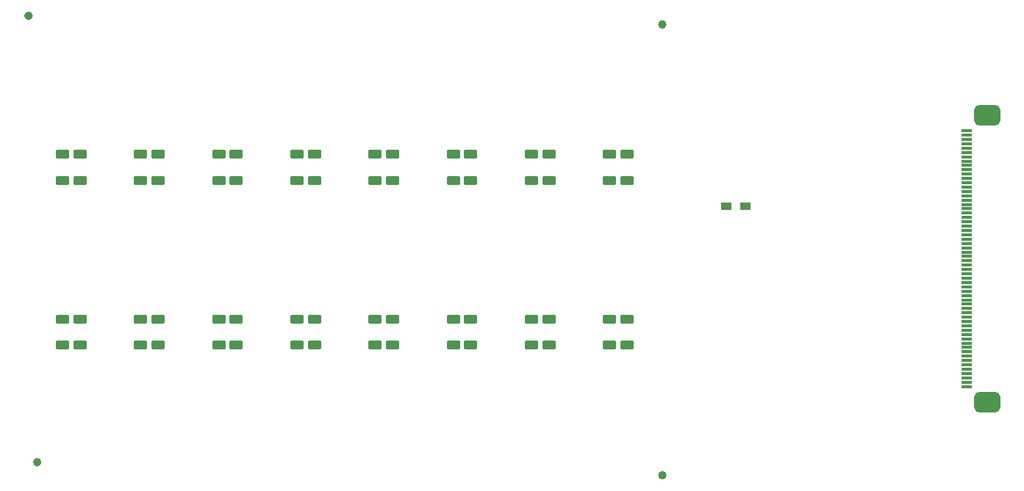
<source format=gtp>
G04 #@! TF.GenerationSoftware,KiCad,Pcbnew,(6.0.5-0)*
G04 #@! TF.CreationDate,2022-08-24T15:35:38+09:00*
G04 #@! TF.ProjectId,photo-single,70686f74-6f2d-4736-996e-676c652e6b69,rev?*
G04 #@! TF.SameCoordinates,Original*
G04 #@! TF.FileFunction,Paste,Top*
G04 #@! TF.FilePolarity,Positive*
%FSLAX46Y46*%
G04 Gerber Fmt 4.6, Leading zero omitted, Abs format (unit mm)*
G04 Created by KiCad (PCBNEW (6.0.5-0)) date 2022-08-24 15:35:38*
%MOMM*%
%LPD*%
G01*
G04 APERTURE LIST*
G04 Aperture macros list*
%AMRoundRect*
0 Rectangle with rounded corners*
0 $1 Rounding radius*
0 $2 $3 $4 $5 $6 $7 $8 $9 X,Y pos of 4 corners*
0 Add a 4 corners polygon primitive as box body*
4,1,4,$2,$3,$4,$5,$6,$7,$8,$9,$2,$3,0*
0 Add four circle primitives for the rounded corners*
1,1,$1+$1,$2,$3*
1,1,$1+$1,$4,$5*
1,1,$1+$1,$6,$7*
1,1,$1+$1,$8,$9*
0 Add four rect primitives between the rounded corners*
20,1,$1+$1,$2,$3,$4,$5,0*
20,1,$1+$1,$4,$5,$6,$7,0*
20,1,$1+$1,$6,$7,$8,$9,0*
20,1,$1+$1,$8,$9,$2,$3,0*%
G04 Aperture macros list end*
%ADD10C,0.475000*%
%ADD11RoundRect,0.200000X-0.600000X0.300000X-0.600000X-0.300000X0.600000X-0.300000X0.600000X0.300000X0*%
%ADD12RoundRect,0.200000X0.600000X-0.300000X0.600000X0.300000X-0.600000X0.300000X-0.600000X-0.300000X0*%
%ADD13RoundRect,0.072295X0.552705X-0.072295X0.552705X0.072295X-0.552705X0.072295X-0.552705X-0.072295X0*%
%ADD14RoundRect,0.600000X0.899999X-0.600000X0.899999X0.600000X-0.899999X0.600000X-0.899999X-0.600000X0*%
%ADD15R,1.200000X0.900000*%
G04 APERTURE END LIST*
D10*
X167237500Y-74000000D02*
G75*
G03*
X167237500Y-74000000I-237500J0D01*
G01*
X94237500Y-73000000D02*
G75*
G03*
X94237500Y-73000000I-237500J0D01*
G01*
X95237500Y-124500000D02*
G75*
G03*
X95237500Y-124500000I-237500J0D01*
G01*
X167237500Y-126000000D02*
G75*
G03*
X167237500Y-126000000I-237500J0D01*
G01*
D11*
X160921217Y-89002054D03*
X160921217Y-92002054D03*
X153921211Y-89002066D03*
X153921211Y-92002066D03*
X151921211Y-89002066D03*
X151921211Y-92002066D03*
X144921211Y-89002066D03*
X144921211Y-92002066D03*
X142921211Y-89002066D03*
X142921211Y-92002066D03*
X135921211Y-89002066D03*
X135921211Y-92002066D03*
X133921211Y-89002066D03*
X133921211Y-92002066D03*
X126921211Y-89002066D03*
X126921211Y-92002066D03*
X124921211Y-89002066D03*
X124921211Y-92002066D03*
X117921211Y-89002066D03*
X117921211Y-92002066D03*
X115921211Y-89002066D03*
X115921211Y-92002066D03*
X108921211Y-89002066D03*
X108921211Y-92002066D03*
X106921211Y-89002066D03*
X106921211Y-92002066D03*
X99921211Y-89002066D03*
X99921211Y-92002066D03*
X97921211Y-89002066D03*
X97921211Y-92002066D03*
D12*
X115921211Y-111001633D03*
X115921211Y-108001633D03*
X124921211Y-111001633D03*
X124921211Y-108001633D03*
X117921211Y-111001633D03*
X117921211Y-108001633D03*
X108921211Y-111001633D03*
X108921211Y-108001633D03*
X97921211Y-111001633D03*
X97921211Y-108001633D03*
X99921211Y-111001633D03*
X99921211Y-108001633D03*
X106921211Y-111001633D03*
X106921211Y-108001633D03*
X160921211Y-111001633D03*
X160921211Y-108001633D03*
X126921211Y-108001633D03*
X126921211Y-111001633D03*
X133921211Y-111001633D03*
X133921211Y-108001633D03*
X135921211Y-111001633D03*
X135921211Y-108001633D03*
X142921211Y-111001633D03*
X142921211Y-108001633D03*
X144921211Y-111001633D03*
X144921211Y-108001633D03*
X151921211Y-111001633D03*
X151921211Y-108001633D03*
X153921211Y-111001633D03*
X153921211Y-108001633D03*
D11*
X162921213Y-89002054D03*
X162921213Y-92002054D03*
D12*
X162921211Y-111001633D03*
X162921211Y-108001633D03*
D13*
X202073993Y-115770000D03*
X202073993Y-115270000D03*
X202073993Y-114770000D03*
X202073993Y-114270000D03*
X202073993Y-113770000D03*
X202073993Y-113270000D03*
X202073993Y-112770001D03*
X202073993Y-112269999D03*
X202073993Y-111770000D03*
X202073993Y-111269999D03*
X202073993Y-110770000D03*
X202073993Y-110270001D03*
X202073993Y-109769999D03*
X202073993Y-109270000D03*
X202073993Y-108769999D03*
X202073993Y-108270000D03*
X202073993Y-107770001D03*
X202073993Y-107269999D03*
X202073993Y-106770000D03*
X202073993Y-106270001D03*
X202073993Y-105770000D03*
X202073993Y-105270001D03*
X202073993Y-104769999D03*
X202073993Y-104270000D03*
X202073993Y-103770001D03*
X202073993Y-103270000D03*
X202073993Y-102770001D03*
X202073993Y-102269999D03*
X202073993Y-101770000D03*
X202073993Y-101270001D03*
X202073993Y-100770000D03*
X202073993Y-100270001D03*
X202073993Y-99769999D03*
X202073993Y-99270000D03*
X202073993Y-98770001D03*
X202073993Y-98269999D03*
X202073993Y-97770000D03*
X202073993Y-97269999D03*
X202073993Y-96770000D03*
X202073993Y-96270001D03*
X202073993Y-95769999D03*
X202073993Y-95270000D03*
X202073993Y-94769999D03*
X202073993Y-94270000D03*
X202073993Y-93770001D03*
X202073993Y-93269999D03*
X202073993Y-92770000D03*
X202073993Y-92269999D03*
X202073993Y-91770000D03*
X202073993Y-91270001D03*
X202073993Y-90769999D03*
X202073993Y-90270000D03*
X202073993Y-89770001D03*
X202073993Y-89270002D03*
X202073993Y-88770003D03*
X202073993Y-88270004D03*
X202073993Y-87770005D03*
X202073993Y-87270006D03*
X202073993Y-86770007D03*
X202073993Y-86270008D03*
D14*
X204398993Y-117570000D03*
X204398993Y-84470012D03*
D15*
X176600005Y-94999988D03*
X174400005Y-94999988D03*
M02*

</source>
